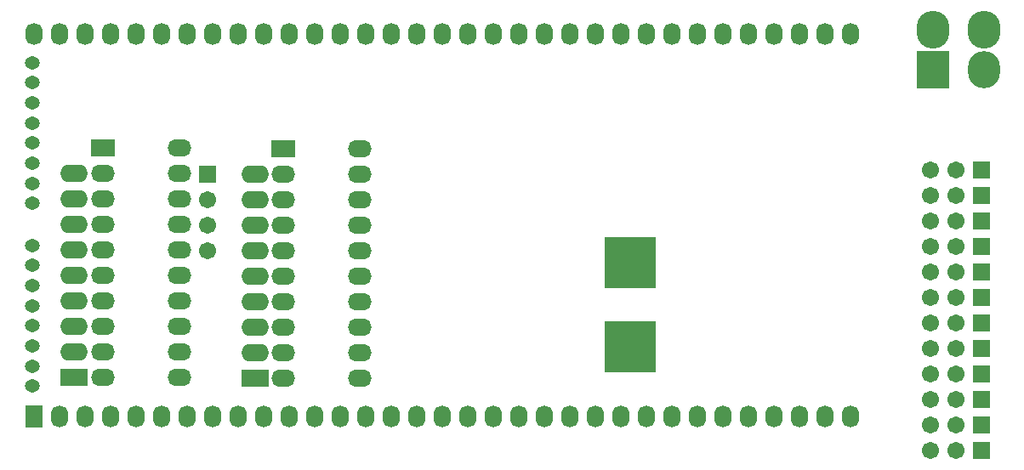
<source format=gbs>
G04 Layer_Color=16711935*
%FSLAX44Y44*%
%MOMM*%
G71*
G01*
G75*
%ADD57C,1.7032*%
%ADD58R,1.7032X1.7032*%
%ADD59O,3.2032X3.7032*%
%ADD60R,3.2032X3.7032*%
%ADD61O,3.2512X3.7592*%
%ADD62R,1.7032X1.7032*%
%ADD63R,1.7032X2.2032*%
%ADD64O,1.7032X2.2032*%
%ADD65R,5.2032X5.2032*%
%ADD66R,2.3622X1.7272*%
%ADD67O,2.3622X1.7272*%
%ADD68O,2.7432X1.7272*%
%ADD69R,2.7432X1.7272*%
%ADD70O,1.5020X1.3020*%
D57*
X-770000Y199000D02*
D03*
Y224400D02*
D03*
Y249800D02*
D03*
X-25400Y279400D02*
D03*
X-50800D02*
D03*
X-25400Y254000D02*
D03*
X-50800D02*
D03*
X-25400Y228600D02*
D03*
X-50800D02*
D03*
X-25400Y203200D02*
D03*
X-50800D02*
D03*
X-25400Y177800D02*
D03*
X-50800D02*
D03*
X-25400Y152400D02*
D03*
X-50800D02*
D03*
X-25400Y127000D02*
D03*
X-50800D02*
D03*
X-25400Y101600D02*
D03*
X-50800D02*
D03*
X-25400Y76200D02*
D03*
X-50800D02*
D03*
X-25400Y50800D02*
D03*
X-50800D02*
D03*
X-25400Y25400D02*
D03*
X-50800D02*
D03*
X-25400Y0D02*
D03*
X-50800D02*
D03*
D58*
X-770000Y275200D02*
D03*
D59*
X2388Y379352D02*
D03*
D60*
X-48412D02*
D03*
D61*
X2400Y419000D02*
D03*
X-48400D02*
D03*
D62*
X0Y279400D02*
D03*
Y254000D02*
D03*
Y228600D02*
D03*
Y203200D02*
D03*
Y177800D02*
D03*
Y152400D02*
D03*
Y127000D02*
D03*
Y101600D02*
D03*
Y76200D02*
D03*
Y50800D02*
D03*
Y25400D02*
D03*
Y0D02*
D03*
D63*
X-943000Y34000D02*
D03*
D64*
X-917600D02*
D03*
X-892200D02*
D03*
X-866800D02*
D03*
X-841400D02*
D03*
X-816000D02*
D03*
X-790600D02*
D03*
X-765200D02*
D03*
X-739800D02*
D03*
X-714400D02*
D03*
X-689000D02*
D03*
X-663600D02*
D03*
X-638200D02*
D03*
X-612800D02*
D03*
X-587400D02*
D03*
X-562000D02*
D03*
X-536600D02*
D03*
X-511200D02*
D03*
X-485800D02*
D03*
X-460400D02*
D03*
X-435000D02*
D03*
X-409600D02*
D03*
X-384200D02*
D03*
X-358800D02*
D03*
X-333400D02*
D03*
X-308000D02*
D03*
X-282600D02*
D03*
X-257200D02*
D03*
X-231800D02*
D03*
X-206400D02*
D03*
X-181000D02*
D03*
X-155600D02*
D03*
X-130200D02*
D03*
Y415000D02*
D03*
X-155600D02*
D03*
X-181000D02*
D03*
X-206400D02*
D03*
X-231800D02*
D03*
X-257200D02*
D03*
X-282600D02*
D03*
X-308000D02*
D03*
X-333400D02*
D03*
X-358800D02*
D03*
X-384200D02*
D03*
X-409600D02*
D03*
X-435000D02*
D03*
X-460400D02*
D03*
X-485800D02*
D03*
X-511200D02*
D03*
X-536600D02*
D03*
X-562000D02*
D03*
X-587400D02*
D03*
X-612800D02*
D03*
X-638200D02*
D03*
X-663600D02*
D03*
X-689000D02*
D03*
X-714400D02*
D03*
X-739800D02*
D03*
X-765200D02*
D03*
X-790600D02*
D03*
X-816000D02*
D03*
X-841400D02*
D03*
X-866800D02*
D03*
X-892200D02*
D03*
X-917600D02*
D03*
X-943000D02*
D03*
D65*
X-349000Y186910D02*
D03*
Y103090D02*
D03*
D66*
X-874000Y301400D02*
D03*
X-695000Y300600D02*
D03*
D67*
X-874000Y276000D02*
D03*
Y250600D02*
D03*
Y225200D02*
D03*
Y199800D02*
D03*
Y174400D02*
D03*
Y149000D02*
D03*
Y123600D02*
D03*
Y98200D02*
D03*
Y72800D02*
D03*
X-797800Y301400D02*
D03*
Y276000D02*
D03*
Y250600D02*
D03*
Y225200D02*
D03*
Y199800D02*
D03*
Y174400D02*
D03*
Y149000D02*
D03*
Y123600D02*
D03*
Y98200D02*
D03*
Y72800D02*
D03*
X-695000Y275200D02*
D03*
Y249800D02*
D03*
Y224400D02*
D03*
Y199000D02*
D03*
Y173600D02*
D03*
Y148200D02*
D03*
Y122800D02*
D03*
Y97400D02*
D03*
Y72000D02*
D03*
X-618800Y300600D02*
D03*
Y275200D02*
D03*
Y249800D02*
D03*
Y224400D02*
D03*
Y199000D02*
D03*
Y173600D02*
D03*
Y148200D02*
D03*
Y122800D02*
D03*
Y97400D02*
D03*
Y72000D02*
D03*
D68*
X-903000Y225000D02*
D03*
Y174200D02*
D03*
Y98000D02*
D03*
Y123400D02*
D03*
Y148800D02*
D03*
Y199600D02*
D03*
Y250400D02*
D03*
Y275800D02*
D03*
X-723000Y224400D02*
D03*
Y173600D02*
D03*
Y97400D02*
D03*
Y122800D02*
D03*
Y148200D02*
D03*
Y199000D02*
D03*
Y249800D02*
D03*
Y275200D02*
D03*
D69*
X-903000Y72600D02*
D03*
X-723000Y72000D02*
D03*
D70*
X-945000Y246000D02*
D03*
Y266000D02*
D03*
Y286000D02*
D03*
Y306000D02*
D03*
Y326000D02*
D03*
Y346000D02*
D03*
Y366000D02*
D03*
Y386000D02*
D03*
Y64000D02*
D03*
Y84000D02*
D03*
Y104000D02*
D03*
Y124000D02*
D03*
Y144000D02*
D03*
Y164000D02*
D03*
Y184000D02*
D03*
Y204000D02*
D03*
M02*

</source>
